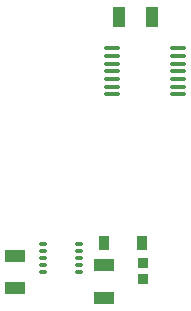
<source format=gbp>
G04 Layer_Color=16770453*
%FSLAX24Y24*%
%MOIN*%
G70*
G01*
G75*
%ADD30O,0.0551X0.0138*%
G04:AMPARAMS|DCode=31|XSize=25.6mil|YSize=11.8mil|CornerRadius=3mil|HoleSize=0mil|Usage=FLASHONLY|Rotation=0.000|XOffset=0mil|YOffset=0mil|HoleType=Round|Shape=RoundedRectangle|*
%AMROUNDEDRECTD31*
21,1,0.0256,0.0059,0,0,0.0*
21,1,0.0197,0.0118,0,0,0.0*
1,1,0.0059,0.0098,-0.0030*
1,1,0.0059,-0.0098,-0.0030*
1,1,0.0059,-0.0098,0.0030*
1,1,0.0059,0.0098,0.0030*
%
%ADD31ROUNDEDRECTD31*%
%ADD32R,0.0374X0.0335*%
%ADD33R,0.0358X0.0480*%
%ADD34R,0.0669X0.0394*%
%ADD35R,0.0394X0.0669*%
D30*
X19144Y19154D02*
D03*
Y18898D02*
D03*
Y18642D02*
D03*
Y18386D02*
D03*
Y18130D02*
D03*
Y17874D02*
D03*
Y17618D02*
D03*
X16939Y19154D02*
D03*
Y18898D02*
D03*
Y18642D02*
D03*
Y18386D02*
D03*
Y18130D02*
D03*
Y17874D02*
D03*
Y17618D02*
D03*
D31*
X15837Y11693D02*
D03*
Y11929D02*
D03*
Y12165D02*
D03*
Y12402D02*
D03*
Y12638D02*
D03*
X14636D02*
D03*
Y12402D02*
D03*
Y12165D02*
D03*
Y11929D02*
D03*
Y11693D02*
D03*
D32*
X17963Y11447D02*
D03*
Y11978D02*
D03*
D33*
X16648Y12657D02*
D03*
X17939D02*
D03*
D34*
X16663Y11928D02*
D03*
Y10837D02*
D03*
X13681Y12233D02*
D03*
Y11143D02*
D03*
D35*
X18257Y20177D02*
D03*
X17166D02*
D03*
M02*

</source>
